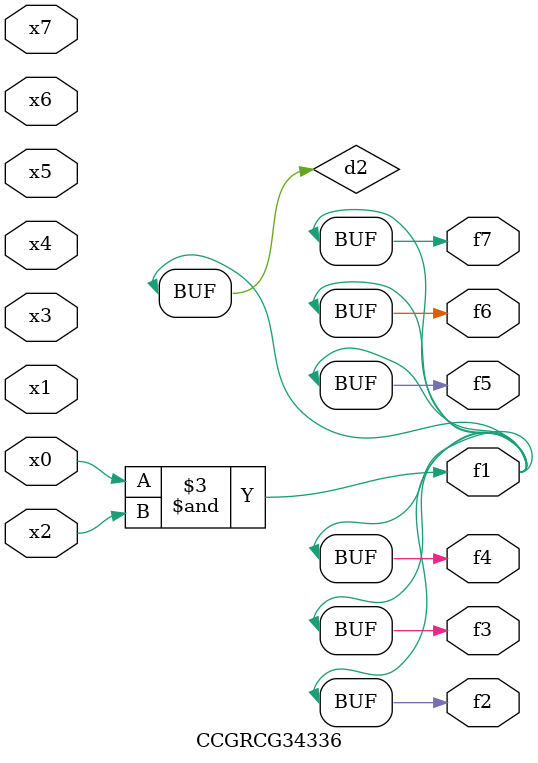
<source format=v>
module CCGRCG34336(
	input x0, x1, x2, x3, x4, x5, x6, x7,
	output f1, f2, f3, f4, f5, f6, f7
);

	wire d1, d2;

	nor (d1, x3, x6);
	and (d2, x0, x2);
	assign f1 = d2;
	assign f2 = d2;
	assign f3 = d2;
	assign f4 = d2;
	assign f5 = d2;
	assign f6 = d2;
	assign f7 = d2;
endmodule

</source>
